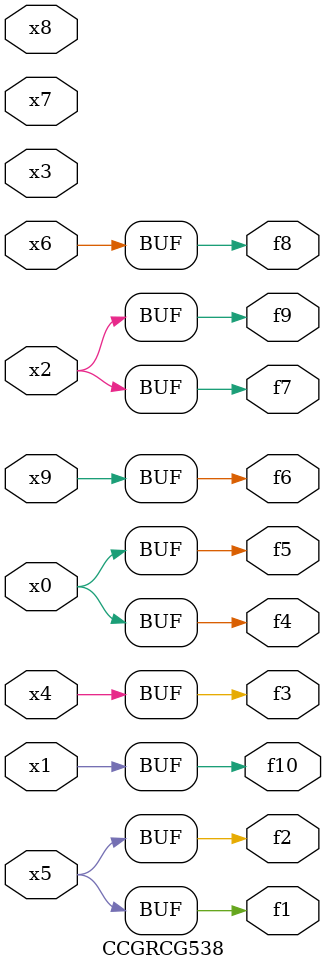
<source format=v>
module CCGRCG538(
	input x0, x1, x2, x3, x4, x5, x6, x7, x8, x9,
	output f1, f2, f3, f4, f5, f6, f7, f8, f9, f10
);
	assign f1 = x5;
	assign f2 = x5;
	assign f3 = x4;
	assign f4 = x0;
	assign f5 = x0;
	assign f6 = x9;
	assign f7 = x2;
	assign f8 = x6;
	assign f9 = x2;
	assign f10 = x1;
endmodule

</source>
